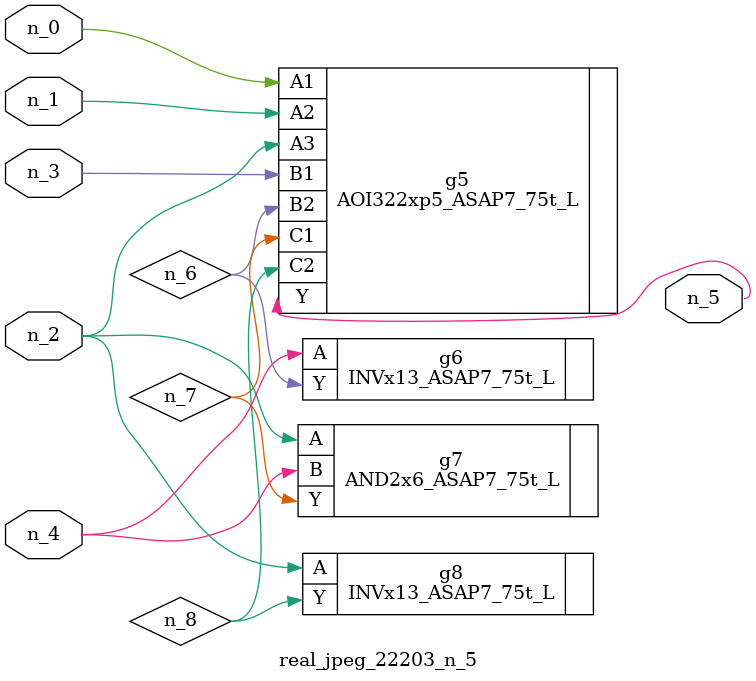
<source format=v>
module real_jpeg_22203_n_5 (n_4, n_0, n_1, n_2, n_3, n_5);

input n_4;
input n_0;
input n_1;
input n_2;
input n_3;

output n_5;

wire n_8;
wire n_6;
wire n_7;

AOI322xp5_ASAP7_75t_L g5 ( 
.A1(n_0),
.A2(n_1),
.A3(n_2),
.B1(n_3),
.B2(n_6),
.C1(n_7),
.C2(n_8),
.Y(n_5)
);

AND2x6_ASAP7_75t_L g7 ( 
.A(n_2),
.B(n_4),
.Y(n_7)
);

INVx13_ASAP7_75t_L g8 ( 
.A(n_2),
.Y(n_8)
);

INVx13_ASAP7_75t_L g6 ( 
.A(n_4),
.Y(n_6)
);


endmodule
</source>
